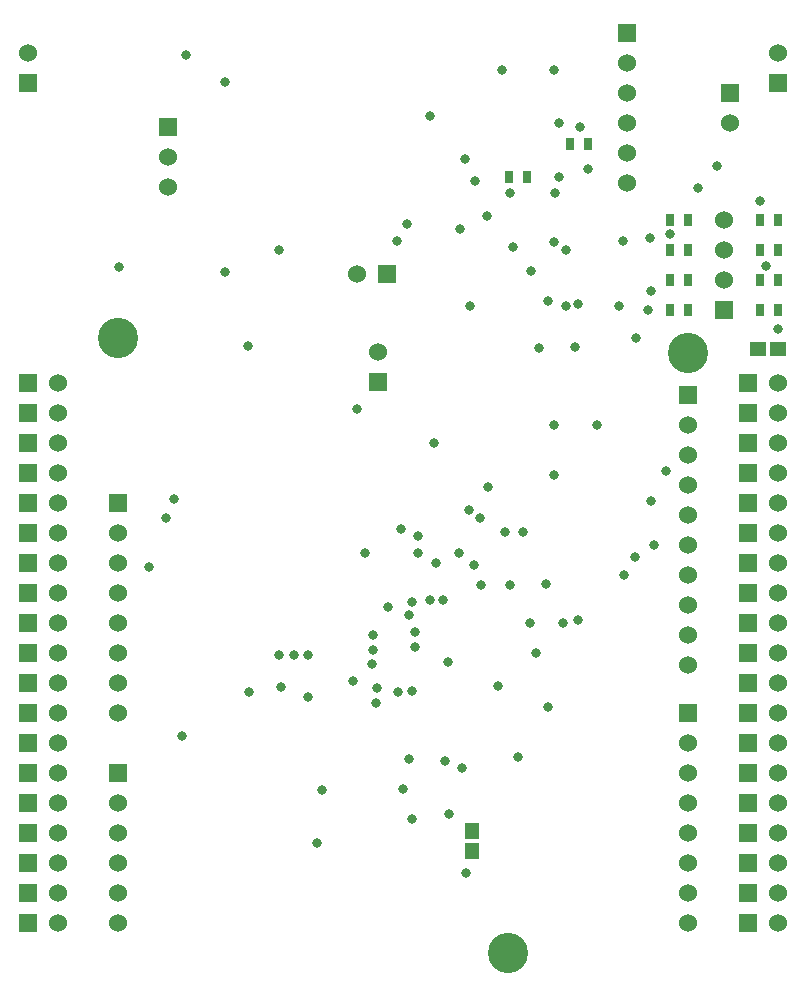
<source format=gbs>
G04*
G04 #@! TF.GenerationSoftware,Altium Limited,Altium Designer,24.4.1 (13)*
G04*
G04 Layer_Color=16711935*
%FSAX44Y44*%
%MOMM*%
G71*
G04*
G04 #@! TF.SameCoordinates,09090911-0CFD-4792-A0CC-E2C5D1EC5460*
G04*
G04*
G04 #@! TF.FilePolarity,Negative*
G04*
G01*
G75*
%ADD21R,0.7500X1.0000*%
%ADD43R,1.4600X1.3100*%
%ADD46R,1.3100X1.4600*%
%ADD51C,1.5240*%
%ADD52R,1.5240X1.5240*%
%ADD53C,0.8100*%
%ADD54R,1.5240X1.5240*%
%ADD55C,3.4100*%
D21*
X00506080Y00710423D02*
D03*
X00491080D02*
D03*
X00576068Y00645800D02*
D03*
X00591068D02*
D03*
X00576068Y00620400D02*
D03*
X00591068D02*
D03*
X00576068Y00595000D02*
D03*
X00591068D02*
D03*
X00576068Y00569600D02*
D03*
X00591068D02*
D03*
X00652268Y00645800D02*
D03*
X00667268D02*
D03*
X00652268Y00620400D02*
D03*
X00667268D02*
D03*
X00652268Y00595000D02*
D03*
X00667268D02*
D03*
X00652268Y00569600D02*
D03*
X00667268D02*
D03*
X00454959Y00682108D02*
D03*
X00439959D02*
D03*
D43*
X00650270Y00536527D02*
D03*
X00667270D02*
D03*
D46*
X00408468Y00111380D02*
D03*
Y00128380D02*
D03*
D51*
X00621668Y00620400D02*
D03*
Y00645800D02*
D03*
Y00595000D02*
D03*
X00539239Y00702805D02*
D03*
Y00677405D02*
D03*
Y00753605D02*
D03*
Y00728205D02*
D03*
Y00779005D02*
D03*
X00626275Y00728210D02*
D03*
X00311250Y00600035D02*
D03*
X00667500Y00787000D02*
D03*
X00591300Y00294200D02*
D03*
Y00268800D02*
D03*
Y00345000D02*
D03*
Y00319600D02*
D03*
Y00395800D02*
D03*
Y00370400D02*
D03*
Y00421200D02*
D03*
Y00472000D02*
D03*
Y00446600D02*
D03*
X00667500Y00507600D02*
D03*
Y00482200D02*
D03*
Y00456800D02*
D03*
Y00126600D02*
D03*
Y00101200D02*
D03*
Y00075800D02*
D03*
Y00050400D02*
D03*
Y00431400D02*
D03*
Y00406000D02*
D03*
Y00380600D02*
D03*
Y00355200D02*
D03*
Y00228200D02*
D03*
Y00202800D02*
D03*
Y00177400D02*
D03*
Y00152000D02*
D03*
Y00329800D02*
D03*
Y00304400D02*
D03*
Y00279000D02*
D03*
Y00253600D02*
D03*
X00591300Y00075800D02*
D03*
Y00050400D02*
D03*
Y00126600D02*
D03*
Y00101200D02*
D03*
Y00177400D02*
D03*
Y00152000D02*
D03*
Y00202800D02*
D03*
X00328787Y00533790D02*
D03*
X00108700Y00075800D02*
D03*
Y00050400D02*
D03*
Y00126600D02*
D03*
Y00101200D02*
D03*
Y00152000D02*
D03*
Y00253600D02*
D03*
Y00228200D02*
D03*
Y00304400D02*
D03*
Y00279000D02*
D03*
Y00355200D02*
D03*
Y00329800D02*
D03*
Y00380600D02*
D03*
X00057900Y00253600D02*
D03*
Y00279000D02*
D03*
Y00304400D02*
D03*
Y00329800D02*
D03*
Y00152000D02*
D03*
Y00177400D02*
D03*
Y00202800D02*
D03*
Y00228200D02*
D03*
Y00355200D02*
D03*
Y00380600D02*
D03*
Y00406000D02*
D03*
Y00431400D02*
D03*
Y00050400D02*
D03*
Y00075800D02*
D03*
Y00101200D02*
D03*
Y00126600D02*
D03*
Y00456800D02*
D03*
Y00482200D02*
D03*
Y00507600D02*
D03*
X00150624Y00673669D02*
D03*
Y00699069D02*
D03*
X00032500Y00787000D02*
D03*
D52*
X00621668Y00569600D02*
D03*
X00539239Y00804405D02*
D03*
X00626275Y00753610D02*
D03*
X00667500Y00761600D02*
D03*
X00591300Y00497400D02*
D03*
Y00228200D02*
D03*
X00328787Y00508390D02*
D03*
X00108700Y00177400D02*
D03*
Y00406000D02*
D03*
X00150624Y00724469D02*
D03*
X00032500Y00761600D02*
D03*
D53*
X00433960Y00772500D02*
D03*
X00477960D02*
D03*
X00440265Y00668693D02*
D03*
X00500015Y00724459D02*
D03*
X00600000Y00672410D02*
D03*
X00615624Y00691841D02*
D03*
X00559634Y00585819D02*
D03*
X00656891Y00606628D02*
D03*
X00652436Y00661883D02*
D03*
X00402438Y00697707D02*
D03*
X00410994Y00678409D02*
D03*
X00495643Y00537957D02*
D03*
X00471313Y00337396D02*
D03*
X00402783Y00093184D02*
D03*
X00546789Y00546147D02*
D03*
X00464758Y00536995D02*
D03*
X00442617Y00622500D02*
D03*
X00458543Y00602500D02*
D03*
X00372828Y00733845D02*
D03*
X00406379Y00572500D02*
D03*
X00447124Y00191278D02*
D03*
X00156119Y00409126D02*
D03*
X00482092Y00728205D02*
D03*
X00311250Y00485679D02*
D03*
X00108978Y00605700D02*
D03*
X00477460Y00429909D02*
D03*
X00166110Y00785023D02*
D03*
X00535710Y00627500D02*
D03*
X00344581Y00627738D02*
D03*
X00353118Y00642738D02*
D03*
X00198738Y00762680D02*
D03*
X00198740Y00601821D02*
D03*
X00162832Y00208789D02*
D03*
X00281499Y00163342D02*
D03*
X00388793Y00143049D02*
D03*
X00277062Y00118481D02*
D03*
X00667269Y00553063D02*
D03*
X00376075Y00456784D02*
D03*
X00397176Y00363397D02*
D03*
X00362500Y00378223D02*
D03*
X00347789Y00384006D02*
D03*
X00414607Y00392989D02*
D03*
X00405574Y00400511D02*
D03*
X00410141Y00353278D02*
D03*
X00362500Y00363397D02*
D03*
X00487459Y00572500D02*
D03*
X00498000Y00574701D02*
D03*
X00472460Y00576759D02*
D03*
X00557424Y00569600D02*
D03*
X00377500Y00355672D02*
D03*
X00572575Y00433004D02*
D03*
X00372500Y00323631D02*
D03*
X00383500D02*
D03*
X00397944Y00638481D02*
D03*
X00327136Y00236420D02*
D03*
X00327500Y00249150D02*
D03*
X00345441Y00246226D02*
D03*
X00357500Y00246634D02*
D03*
X00324024Y00294298D02*
D03*
X00269251Y00241500D02*
D03*
X00440437Y00336500D02*
D03*
X00387995Y00271500D02*
D03*
X00357441Y00322265D02*
D03*
X00307349Y00255098D02*
D03*
X00323285Y00270044D02*
D03*
X00462746Y00278932D02*
D03*
X00514110Y00471728D02*
D03*
X00219678Y00246000D02*
D03*
X00420540Y00649059D02*
D03*
X00477459Y00626694D02*
D03*
X00219013Y00538992D02*
D03*
X00385789Y00187353D02*
D03*
X00400038Y00181940D02*
D03*
X00430214Y00251500D02*
D03*
X00562553Y00370400D02*
D03*
X00546301Y00360499D02*
D03*
X00536764Y00344798D02*
D03*
X00354582Y00311549D02*
D03*
X00337500Y00318310D02*
D03*
X00436101Y00381952D02*
D03*
X00451425D02*
D03*
X00576068Y00633800D02*
D03*
X00359927Y00296995D02*
D03*
X00485066Y00304341D02*
D03*
X00498121Y00306670D02*
D03*
X00324024Y00281500D02*
D03*
X00359927Y00284196D02*
D03*
X00246375Y00250250D02*
D03*
X00457346Y00304341D02*
D03*
X00349778Y00164092D02*
D03*
X00355000Y00189097D02*
D03*
X00357652Y00138714D02*
D03*
X00472397Y00233080D02*
D03*
X00559725Y00407500D02*
D03*
X00245000Y00277000D02*
D03*
X00257126D02*
D03*
X00269251D02*
D03*
X00148844Y00393300D02*
D03*
X00317500Y00363397D02*
D03*
X00134903Y00351963D02*
D03*
X00245000Y00620075D02*
D03*
X00482092Y00682108D02*
D03*
X00416009Y00336500D02*
D03*
X00422059Y00419634D02*
D03*
X00532703Y00572500D02*
D03*
X00477460Y00471728D02*
D03*
X00487459Y00620400D02*
D03*
X00559095Y00630527D02*
D03*
X00478311Y00668693D02*
D03*
X00506079Y00688554D02*
D03*
D54*
X00336650Y00600035D02*
D03*
X00642100Y00507600D02*
D03*
Y00482200D02*
D03*
Y00456800D02*
D03*
Y00126600D02*
D03*
Y00101200D02*
D03*
Y00075800D02*
D03*
Y00050400D02*
D03*
Y00406000D02*
D03*
Y00380600D02*
D03*
Y00355200D02*
D03*
Y00228200D02*
D03*
Y00202800D02*
D03*
Y00177400D02*
D03*
Y00152000D02*
D03*
Y00329800D02*
D03*
Y00304400D02*
D03*
Y00279000D02*
D03*
Y00253600D02*
D03*
Y00431400D02*
D03*
X00032500Y00253600D02*
D03*
Y00279000D02*
D03*
Y00304400D02*
D03*
Y00329800D02*
D03*
Y00152000D02*
D03*
Y00177400D02*
D03*
Y00202800D02*
D03*
Y00228200D02*
D03*
Y00355200D02*
D03*
Y00380600D02*
D03*
Y00406000D02*
D03*
Y00431400D02*
D03*
Y00075800D02*
D03*
Y00101200D02*
D03*
Y00126600D02*
D03*
Y00456800D02*
D03*
Y00482200D02*
D03*
Y00507600D02*
D03*
Y00050400D02*
D03*
D55*
X00591300Y00533000D02*
D03*
X00108700Y00545700D02*
D03*
X00438900Y00025000D02*
D03*
M02*

</source>
